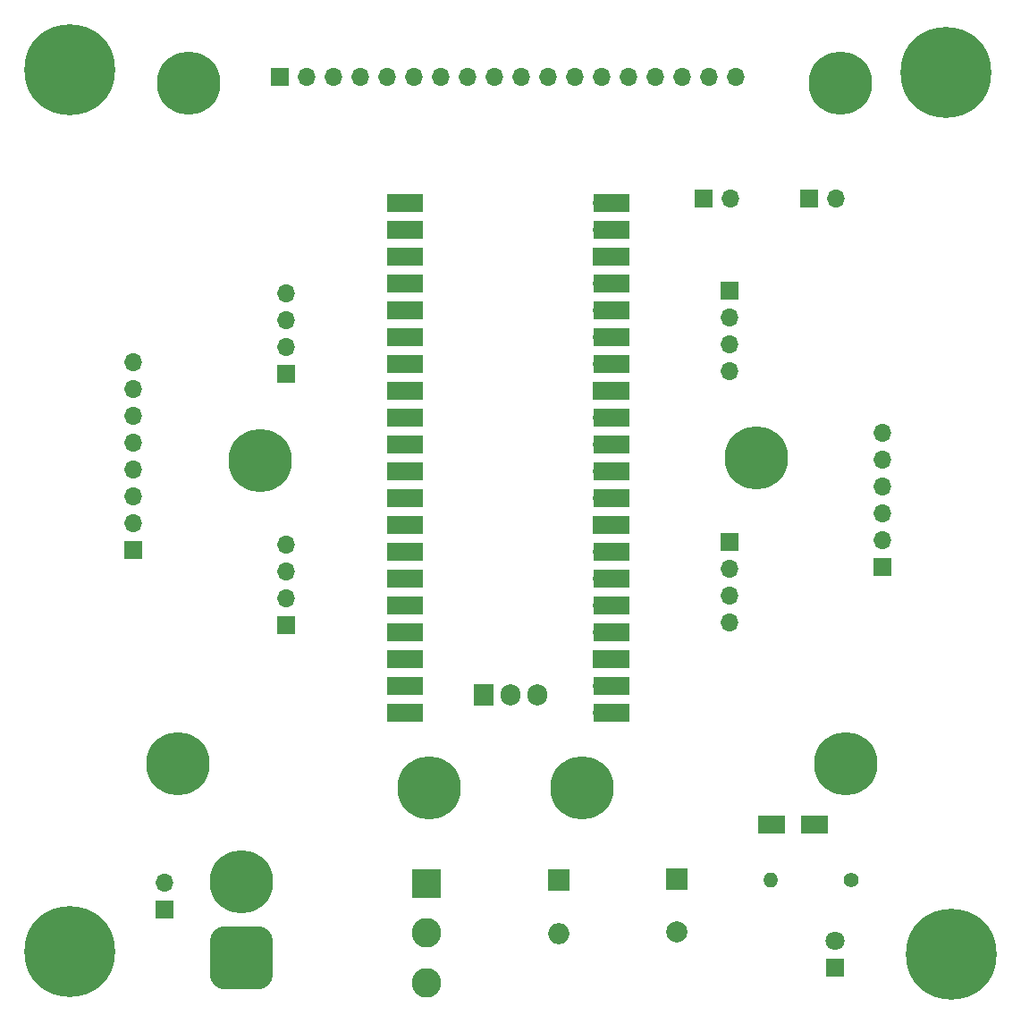
<source format=gbr>
%TF.GenerationSoftware,KiCad,Pcbnew,(6.0.9)*%
%TF.CreationDate,2022-12-13T14:22:10-05:00*%
%TF.ProjectId,Team5_Coaster_post_mdr_100x100,5465616d-355f-4436-9f61-737465725f70,rev?*%
%TF.SameCoordinates,Original*%
%TF.FileFunction,Soldermask,Top*%
%TF.FilePolarity,Negative*%
%FSLAX46Y46*%
G04 Gerber Fmt 4.6, Leading zero omitted, Abs format (unit mm)*
G04 Created by KiCad (PCBNEW (6.0.9)) date 2022-12-13 14:22:10*
%MOMM*%
%LPD*%
G01*
G04 APERTURE LIST*
G04 Aperture macros list*
%AMRoundRect*
0 Rectangle with rounded corners*
0 $1 Rounding radius*
0 $2 $3 $4 $5 $6 $7 $8 $9 X,Y pos of 4 corners*
0 Add a 4 corners polygon primitive as box body*
4,1,4,$2,$3,$4,$5,$6,$7,$8,$9,$2,$3,0*
0 Add four circle primitives for the rounded corners*
1,1,$1+$1,$2,$3*
1,1,$1+$1,$4,$5*
1,1,$1+$1,$6,$7*
1,1,$1+$1,$8,$9*
0 Add four rect primitives between the rounded corners*
20,1,$1+$1,$2,$3,$4,$5,0*
20,1,$1+$1,$4,$5,$6,$7,0*
20,1,$1+$1,$6,$7,$8,$9,0*
20,1,$1+$1,$8,$9,$2,$3,0*%
G04 Aperture macros list end*
%ADD10C,6.000000*%
%ADD11R,1.700000X1.700000*%
%ADD12O,1.700000X1.700000*%
%ADD13R,2.794000X2.794000*%
%ADD14C,2.794000*%
%ADD15C,0.900000*%
%ADD16C,8.600000*%
%ADD17R,2.500000X1.700000*%
%ADD18R,1.800000X1.800000*%
%ADD19C,1.800000*%
%ADD20R,2.000000X2.000000*%
%ADD21O,2.000000X2.000000*%
%ADD22C,2.000000*%
%ADD23R,1.905000X2.000000*%
%ADD24O,1.905000X2.000000*%
%ADD25RoundRect,1.500000X1.500000X-1.500000X1.500000X1.500000X-1.500000X1.500000X-1.500000X-1.500000X0*%
%ADD26C,1.400000*%
%ADD27O,1.400000X1.400000*%
%ADD28R,3.500000X1.700000*%
G04 APERTURE END LIST*
D10*
%TO.C,J11*%
X95500000Y-131750000D03*
%TD*%
D11*
%TO.C,RF1*%
X147775000Y-86950000D03*
D12*
X147775000Y-89490000D03*
X147775000Y-92030000D03*
X147775000Y-94570000D03*
%TD*%
D10*
%TO.C,J15*%
X158250000Y-67250000D03*
%TD*%
D13*
%TO.C,SW1*%
X119000000Y-143051000D03*
D14*
X119000000Y-147750000D03*
X119000000Y-152449000D03*
%TD*%
D11*
%TO.C,J13*%
X155250000Y-78225000D03*
D12*
X157790000Y-78225000D03*
%TD*%
D15*
%TO.C,H3*%
X171975000Y-149750000D03*
D16*
X168750000Y-149750000D03*
D15*
X171030419Y-147469581D03*
X168750000Y-152975000D03*
X166469581Y-152030419D03*
X165525000Y-149750000D03*
X166469581Y-147469581D03*
X171030419Y-152030419D03*
X168750000Y-146525000D03*
%TD*%
D11*
%TO.C,J9*%
X91250000Y-111490000D03*
D12*
X91250000Y-108950000D03*
X91250000Y-106410000D03*
X91250000Y-103870000D03*
X91250000Y-101330000D03*
X91250000Y-98790000D03*
X91250000Y-96250000D03*
X91250000Y-93710000D03*
%TD*%
D17*
%TO.C,Z1*%
X155750000Y-137500000D03*
X151750000Y-137500000D03*
%TD*%
D18*
%TO.C,D3*%
X157750000Y-151025000D03*
D19*
X157750000Y-148485000D03*
%TD*%
D20*
%TO.C,D1*%
X131555000Y-142695354D03*
D21*
X131555000Y-147775354D03*
%TD*%
D15*
%TO.C,H1*%
X85250000Y-62775000D03*
X87530419Y-63719581D03*
D16*
X85250000Y-66000000D03*
D15*
X88475000Y-66000000D03*
X82969581Y-68280419D03*
X82025000Y-66000000D03*
X85250000Y-69225000D03*
X87530419Y-68280419D03*
X82969581Y-63719581D03*
%TD*%
D10*
%TO.C,J14*%
X158750000Y-131750000D03*
%TD*%
%TO.C,J12*%
X103250000Y-103000000D03*
%TD*%
D11*
%TO.C,J8*%
X105175000Y-66725000D03*
D12*
X107715000Y-66725000D03*
X110255000Y-66725000D03*
X112795000Y-66725000D03*
X115335000Y-66725000D03*
X117875000Y-66725000D03*
X120415000Y-66725000D03*
X122955000Y-66725000D03*
X125495000Y-66725000D03*
X128035000Y-66725000D03*
X130575000Y-66725000D03*
X133115000Y-66725000D03*
X135655000Y-66725000D03*
X138195000Y-66725000D03*
X140735000Y-66725000D03*
X143275000Y-66725000D03*
X145815000Y-66725000D03*
X148355000Y-66725000D03*
%TD*%
D20*
%TO.C,C1*%
X142750000Y-142632323D03*
D22*
X142750000Y-147632323D03*
%TD*%
D10*
%TO.C,J5*%
X96500000Y-67250000D03*
%TD*%
D23*
%TO.C,U2*%
X124460000Y-125222500D03*
D24*
X127000000Y-125222500D03*
X129540000Y-125222500D03*
%TD*%
D11*
%TO.C,J2*%
X162225000Y-113075000D03*
D12*
X162225000Y-110535000D03*
X162225000Y-107995000D03*
X162225000Y-105455000D03*
X162225000Y-102915000D03*
X162225000Y-100375000D03*
%TD*%
D11*
%TO.C,J4*%
X145250000Y-78252500D03*
D12*
X147790000Y-78252500D03*
%TD*%
D16*
%TO.C,H2*%
X168250000Y-66250000D03*
D15*
X171475000Y-66250000D03*
X165969581Y-68530419D03*
X168250000Y-63025000D03*
X170530419Y-63969581D03*
X165025000Y-66250000D03*
X168250000Y-69475000D03*
X165969581Y-63969581D03*
X170530419Y-68530419D03*
%TD*%
D25*
%TO.C,J1*%
X101500000Y-150100000D03*
D10*
X101500000Y-142900000D03*
%TD*%
D11*
%TO.C,J6*%
X94225000Y-145500000D03*
D12*
X94225000Y-142960000D03*
%TD*%
D26*
%TO.C,R1*%
X159250000Y-142750000D03*
D27*
X151630000Y-142750000D03*
%TD*%
D11*
%TO.C,LB1*%
X105725000Y-118620000D03*
D12*
X105725000Y-116080000D03*
X105725000Y-113540000D03*
X105725000Y-111000000D03*
%TD*%
D15*
%TO.C,H4*%
X82969581Y-151780419D03*
X87530419Y-147219581D03*
D16*
X85250000Y-149500000D03*
D15*
X82969581Y-147219581D03*
X88475000Y-149500000D03*
X87530419Y-151780419D03*
X85250000Y-146275000D03*
X82025000Y-149500000D03*
X85250000Y-152725000D03*
%TD*%
D11*
%TO.C,LF1*%
X105725000Y-94800000D03*
D12*
X105725000Y-92260000D03*
X105725000Y-89720000D03*
X105725000Y-87180000D03*
%TD*%
D10*
%TO.C,J7*%
X119250000Y-134027500D03*
%TD*%
%TO.C,J3*%
X133750000Y-134027500D03*
%TD*%
%TO.C,J10*%
X150250000Y-102750000D03*
%TD*%
D11*
%TO.C,RB1*%
X147775000Y-110750000D03*
D12*
X147775000Y-113290000D03*
X147775000Y-115830000D03*
X147775000Y-118370000D03*
%TD*%
%TO.C,U1*%
X117860000Y-78647500D03*
D28*
X116960000Y-78647500D03*
D12*
X117860000Y-81187500D03*
D28*
X116960000Y-81187500D03*
D11*
X117860000Y-83727500D03*
D28*
X116960000Y-83727500D03*
X116960000Y-86267500D03*
D12*
X117860000Y-86267500D03*
X117860000Y-88807500D03*
D28*
X116960000Y-88807500D03*
X116960000Y-91347500D03*
D12*
X117860000Y-91347500D03*
D28*
X116960000Y-93887500D03*
D12*
X117860000Y-93887500D03*
D28*
X116960000Y-96427500D03*
D11*
X117860000Y-96427500D03*
D28*
X116960000Y-98967500D03*
D12*
X117860000Y-98967500D03*
D28*
X116960000Y-101507500D03*
D12*
X117860000Y-101507500D03*
D28*
X116960000Y-104047500D03*
D12*
X117860000Y-104047500D03*
D28*
X116960000Y-106587500D03*
D12*
X117860000Y-106587500D03*
D28*
X116960000Y-109127500D03*
D11*
X117860000Y-109127500D03*
D28*
X116960000Y-111667500D03*
D12*
X117860000Y-111667500D03*
X117860000Y-114207500D03*
D28*
X116960000Y-114207500D03*
D12*
X117860000Y-116747500D03*
D28*
X116960000Y-116747500D03*
D12*
X117860000Y-119287500D03*
D28*
X116960000Y-119287500D03*
X116960000Y-121827500D03*
D11*
X117860000Y-121827500D03*
D12*
X117860000Y-124367500D03*
D28*
X116960000Y-124367500D03*
D12*
X117860000Y-126907500D03*
D28*
X116960000Y-126907500D03*
D12*
X135640000Y-126907500D03*
D28*
X136540000Y-126907500D03*
X136540000Y-124367500D03*
D12*
X135640000Y-124367500D03*
D28*
X136540000Y-121827500D03*
D11*
X135640000Y-121827500D03*
D28*
X136540000Y-119287500D03*
D12*
X135640000Y-119287500D03*
X135640000Y-116747500D03*
D28*
X136540000Y-116747500D03*
D12*
X135640000Y-114207500D03*
D28*
X136540000Y-114207500D03*
D12*
X135640000Y-111667500D03*
D28*
X136540000Y-111667500D03*
X136540000Y-109127500D03*
D11*
X135640000Y-109127500D03*
D28*
X136540000Y-106587500D03*
D12*
X135640000Y-106587500D03*
X135640000Y-104047500D03*
D28*
X136540000Y-104047500D03*
D12*
X135640000Y-101507500D03*
D28*
X136540000Y-101507500D03*
X136540000Y-98967500D03*
D12*
X135640000Y-98967500D03*
D11*
X135640000Y-96427500D03*
D28*
X136540000Y-96427500D03*
D12*
X135640000Y-93887500D03*
D28*
X136540000Y-93887500D03*
D12*
X135640000Y-91347500D03*
D28*
X136540000Y-91347500D03*
X136540000Y-88807500D03*
D12*
X135640000Y-88807500D03*
D28*
X136540000Y-86267500D03*
D12*
X135640000Y-86267500D03*
D11*
X135640000Y-83727500D03*
D28*
X136540000Y-83727500D03*
X136540000Y-81187500D03*
D12*
X135640000Y-81187500D03*
D28*
X136540000Y-78647500D03*
D12*
X135640000Y-78647500D03*
%TD*%
M02*

</source>
